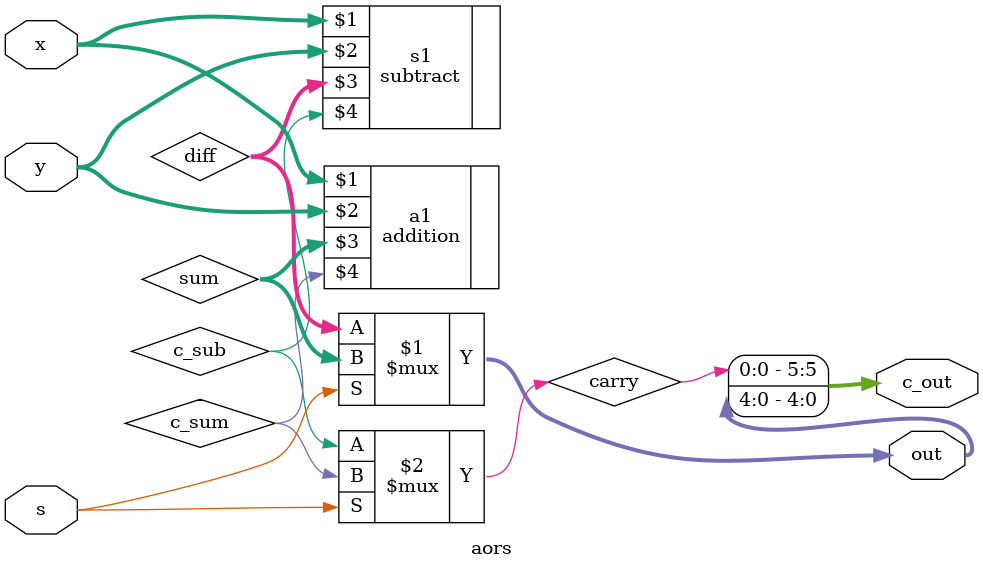
<source format=v>
module aors(x,y,s,out,c_out);

input [3:0] x,y;
input s;
output [4:0] out;
output [5:0] c_out;
wire [4:0] sum,diff;
wire c_add, c_sub, carry;

addition a1(x,y,sum,c_sum);
subtract s1(x,y,diff,c_sub);

assign out = s ? sum : diff;
assign carry = s ? c_sum : c_sub;

assign c_out = {carry, out};

endmodule

</source>
